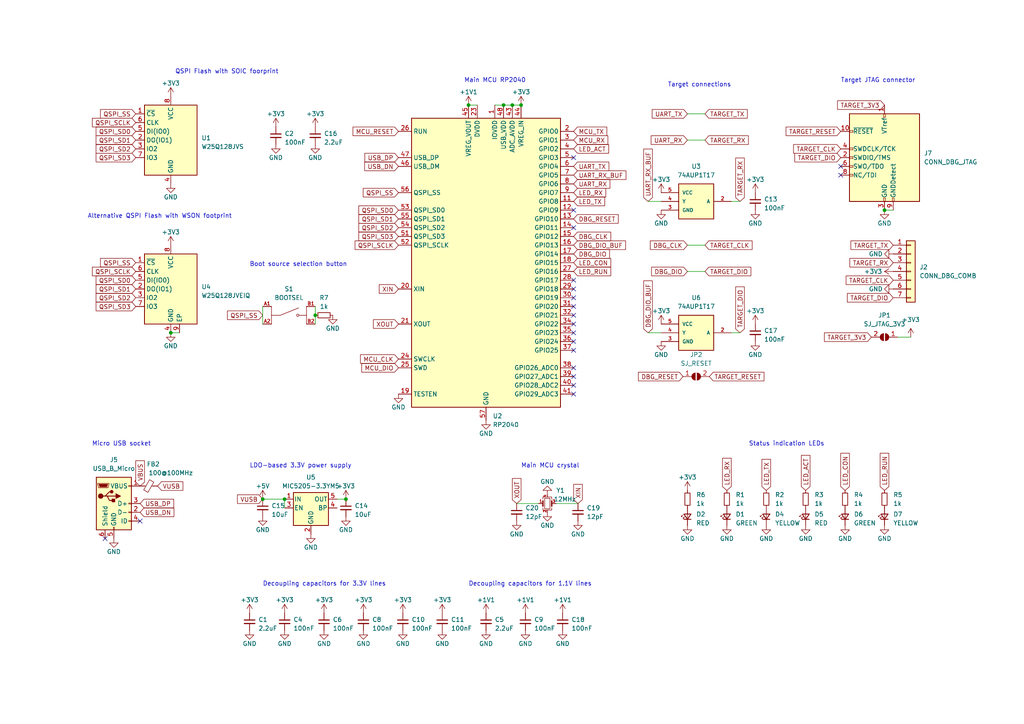
<source format=kicad_sch>
(kicad_sch (version 20230121) (generator eeschema)
  (paper "A4")
  (title_block (title "RP2040-PicoProbe-0010") (date "2024-01-05") (rev "1.0") (company "(c) 2024 Andriy Golovnya") (comment 1 "RP2040 based double-sided Pico Debug Probe") (comment 2 "Designed in Germany"))
  (lib_symbols
    (symbol "Connector:Conn_ARM_JTAG_SWD_10" (pin_names (offset 1.016))
      (property "Reference" "J" (at -2.54 16.51 0))
      (property "Value" "Conn_ARM_JTAG_SWD_10" (at -2.54 13.97 0))
      (symbol "Conn_ARM_JTAG_SWD_10_1_1"
        (pin power_in line (at 0 15.24 270) (length 2.54) (name "VTref") (number "1"))
        (pin open_collector line (at 12.7 7.62 180) (length 2.54) (name "~{RESET}") (number "10"))
        (pin bidirectional line (at 12.7 0 180) (length 2.54) (name "SWDIO/TMS") (number "2"))
        (pin power_in line (at 0 -15.24 90) (length 2.54) (name "GND") (number "3"))
        (pin output line (at 12.7 2.54 180) (length 2.54) (name "SWDCLK/TCK") (number "4"))
        (pin passive line (at 0 -15.24 90) (length 2.54) hide (name "GND") (number "5"))
        (pin input line (at 12.7 -2.54 180) (length 2.54) (name "SWO/TDO") (number "6"))
        (pin no_connect line (at -10.16 0 0) (length 2.54) hide (name "KEY") (number "7"))
        (pin output line (at 12.7 -5.08 180) (length 2.54) (name "NC/TDI") (number "8"))
        (pin passive line (at -2.54 -15.24 90) (length 2.54) (name "GNDDetect") (number "9"))
      )
    )
    (symbol "Connector:USB_B_Micro" (pin_names (offset 1.016))
      (property "Reference" "J" (at -5.08 11.43 0))
      (property "Value" "USB_B_Micro" (at -5.08 8.89 0))
      (symbol "USB_B_Micro_1_1"
        (pin power_out line (at 7.62 5.08 180) (length 2.54) (name "VBUS") (number "1"))
        (pin bidirectional line (at 7.62 -2.54 180) (length 2.54) (name "D-") (number "2"))
        (pin bidirectional line (at 7.62 0 180) (length 2.54) (name "D+") (number "3"))
        (pin passive line (at 7.62 -5.08 180) (length 2.54) (name "ID") (number "4"))
        (pin power_out line (at 0 -10.16 90) (length 2.54) (name "GND") (number "5"))
        (pin passive line (at -2.54 -10.16 90) (length 2.54) (name "Shield") (number "6"))
      )
    )
    (symbol "Connector_Generic:Conn_01x07" (pin_names (offset 1.016) hide)
      (property "Reference" "J" (at 0 10.16 0))
      (property "Value" "Conn_01x07" (at 0 -10.16 0))
      (symbol "Conn_01x07_1_1"
        (pin passive line (at -5.08 7.62 0) (length 3.81) (name "Pin_1") (number "1"))
        (pin passive line (at -5.08 5.08 0) (length 3.81) (name "Pin_2") (number "2"))
        (pin passive line (at -5.08 2.54 0) (length 3.81) (name "Pin_3") (number "3"))
        (pin passive line (at -5.08 0 0) (length 3.81) (name "Pin_4") (number "4"))
        (pin passive line (at -5.08 -2.54 0) (length 3.81) (name "Pin_5") (number "5"))
        (pin passive line (at -5.08 -5.08 0) (length 3.81) (name "Pin_6") (number "6"))
        (pin passive line (at -5.08 -7.62 0) (length 3.81) (name "Pin_7") (number "7"))
      )
    )
    (symbol "Device:C_Small" (pin_numbers hide) (pin_names (offset 0.254) hide)
      (property "Reference" "C" (at 0.254 1.778 0))
      (property "Value" "C_Small" (at 0.254 -2.032 0))
      (symbol "C_Small_1_1"
        (pin passive line (at 0 2.54 270) (length 2.032) (name "~") (number "1"))
        (pin passive line (at 0 -2.54 90) (length 2.032) (name "~") (number "2"))
      )
    )
    (symbol "Device:Crystal_GND24_Small" (pin_names (offset 1.016) hide)
      (property "Reference" "Y" (at 1.27 4.445 0))
      (property "Value" "Crystal_GND24_Small" (at 1.27 2.54 0))
      (symbol "Crystal_GND24_Small_1_1"
        (pin passive line (at -2.54 0 0) (length 1.27) (name "1") (number "1"))
        (pin passive line (at 0 -2.54 90) (length 0.635) (name "2") (number "2"))
        (pin passive line (at 2.54 0 180) (length 1.27) (name "3") (number "3"))
        (pin passive line (at 0 2.54 270) (length 0.635) (name "4") (number "4"))
      )
    )
    (symbol "Device:FerriteBead_Small" (pin_numbers hide) (pin_names (offset 0))
      (property "Reference" "FB" (at 1.905 1.27 0))
      (property "Value" "FerriteBead_Small" (at 1.905 -1.27 0))
      (symbol "FerriteBead_Small_1_1"
        (pin passive line (at 0 2.54 270) (length 1.27) (name "~") (number "1"))
        (pin passive line (at 0 -2.54 90) (length 1.27) (name "~") (number "2"))
      )
    )
    (symbol "Device:LED_Small" (pin_numbers hide) (pin_names (offset 0.254) hide)
      (property "Reference" "D" (at -1.27 3.175 0))
      (property "Value" "LED_Small" (at -4.445 -2.54 0))
      (symbol "LED_Small_1_1"
        (pin passive line (at -2.54 0 0) (length 1.778) (name "K") (number "1"))
        (pin passive line (at 2.54 0 180) (length 1.778) (name "A") (number "2"))
      )
    )
    (symbol "Device:R_Small" (pin_numbers hide) (pin_names (offset 0.254) hide)
      (property "Reference" "R" (at 0.762 0.508 0))
      (property "Value" "R_Small" (at 0.762 -1.016 0))
      (symbol "R_Small_1_1"
        (pin passive line (at 0 2.54 270) (length 0.762) (name "~") (number "1"))
        (pin passive line (at 0 -2.54 90) (length 0.762) (name "~") (number "2"))
      )
    )
    (symbol "EVPBB0AAB000:EVPBB0AAB000" (pin_names (offset 1.016))
      (property "Reference" "S" (at -2.54 2.54 0))
      (property "Value" "EVPBB0AAB000" (at -2.54 -2.54 0))
      (symbol "EVPBB0AAB000_0_0"
        (pin passive line (at -7.62 2.54 0) (length 2.54) (name "~") (number "A1"))
        (pin passive line (at -7.62 -2.54 0) (length 2.54) (name "~") (number "A2"))
        (pin passive line (at 7.62 2.54 180) (length 2.54) (name "~") (number "B1"))
        (pin passive line (at 7.62 -2.54 180) (length 2.54) (name "~") (number "B2"))
      )
    )
    (symbol "Jumper:SolderJumper_2_Open" (pin_names (offset 0) hide)
      (property "Reference" "JP" (at 0 2.032 0))
      (property "Value" "SolderJumper_2_Open" (at 0 -2.54 0))
      (symbol "SolderJumper_2_Open_1_1"
        (pin passive line (at -3.81 0 0) (length 2.54) (name "A") (number "1"))
        (pin passive line (at 3.81 0 180) (length 2.54) (name "B") (number "2"))
      )
    )
    (symbol "MCU_RaspberryPi:RP2040"
      (property "Reference" "U" (at 17.78 45.72 0))
      (property "Value" "RP2040" (at 17.78 43.18 0))
      (symbol "RP2040_1_1"
        (pin power_in line (at 2.54 45.72 270) (length 3.81) (name "IOVDD") (number "1"))
        (pin passive line (at 2.54 45.72 270) (length 3.81) hide (name "IOVDD") (number "10"))
        (pin bidirectional line (at 25.4 17.78 180) (length 3.81) (name "GPIO8") (number "11"))
        (pin bidirectional line (at 25.4 15.24 180) (length 3.81) (name "GPIO9") (number "12"))
        (pin bidirectional line (at 25.4 12.7 180) (length 3.81) (name "GPIO10") (number "13"))
        (pin bidirectional line (at 25.4 10.16 180) (length 3.81) (name "GPIO11") (number "14"))
        (pin bidirectional line (at 25.4 7.62 180) (length 3.81) (name "GPIO12") (number "15"))
        (pin bidirectional line (at 25.4 5.08 180) (length 3.81) (name "GPIO13") (number "16"))
        (pin bidirectional line (at 25.4 2.54 180) (length 3.81) (name "GPIO14") (number "17"))
        (pin bidirectional line (at 25.4 0 180) (length 3.81) (name "GPIO15") (number "18"))
        (pin input line (at -25.4 -38.1 0) (length 3.81) (name "TESTEN") (number "19"))
        (pin bidirectional line (at 25.4 38.1 180) (length 3.81) (name "GPIO0") (number "2"))
        (pin input line (at -25.4 -7.62 0) (length 3.81) (name "XIN") (number "20"))
        (pin passive line (at -25.4 -17.78 0) (length 3.81) (name "XOUT") (number "21"))
        (pin passive line (at 2.54 45.72 270) (length 3.81) hide (name "IOVDD") (number "22"))
        (pin power_in line (at -2.54 45.72 270) (length 3.81) (name "DVDD") (number "23"))
        (pin input line (at -25.4 -27.94 0) (length 3.81) (name "SWCLK") (number "24"))
        (pin bidirectional line (at -25.4 -30.48 0) (length 3.81) (name "SWD") (number "25"))
        (pin input line (at -25.4 38.1 0) (length 3.81) (name "RUN") (number "26"))
        (pin bidirectional line (at 25.4 -2.54 180) (length 3.81) (name "GPIO16") (number "27"))
        (pin bidirectional line (at 25.4 -5.08 180) (length 3.81) (name "GPIO17") (number "28"))
        (pin bidirectional line (at 25.4 -7.62 180) (length 3.81) (name "GPIO18") (number "29"))
        (pin bidirectional line (at 25.4 35.56 180) (length 3.81) (name "GPIO1") (number "3"))
        (pin bidirectional line (at 25.4 -10.16 180) (length 3.81) (name "GPIO19") (number "30"))
        (pin bidirectional line (at 25.4 -12.7 180) (length 3.81) (name "GPIO20") (number "31"))
        (pin bidirectional line (at 25.4 -15.24 180) (length 3.81) (name "GPIO21") (number "32"))
        (pin passive line (at 2.54 45.72 270) (length 3.81) hide (name "IOVDD") (number "33"))
        (pin bidirectional line (at 25.4 -17.78 180) (length 3.81) (name "GPIO22") (number "34"))
        (pin bidirectional line (at 25.4 -20.32 180) (length 3.81) (name "GPIO23") (number "35"))
        (pin bidirectional line (at 25.4 -22.86 180) (length 3.81) (name "GPIO24") (number "36"))
        (pin bidirectional line (at 25.4 -25.4 180) (length 3.81) (name "GPIO25") (number "37"))
        (pin bidirectional line (at 25.4 -30.48 180) (length 3.81) (name "GPIO26_ADC0") (number "38"))
        (pin bidirectional line (at 25.4 -33.02 180) (length 3.81) (name "GPIO27_ADC1") (number "39"))
        (pin bidirectional line (at 25.4 33.02 180) (length 3.81) (name "GPIO2") (number "4"))
        (pin bidirectional line (at 25.4 -35.56 180) (length 3.81) (name "GPIO28_ADC2") (number "40"))
        (pin bidirectional line (at 25.4 -38.1 180) (length 3.81) (name "GPIO29_ADC3") (number "41"))
        (pin passive line (at 2.54 45.72 270) (length 3.81) hide (name "IOVDD") (number "42"))
        (pin power_in line (at 7.62 45.72 270) (length 3.81) (name "ADC_AVDD") (number "43"))
        (pin power_in line (at 10.16 45.72 270) (length 3.81) (name "VREG_IN") (number "44"))
        (pin power_out line (at -5.08 45.72 270) (length 3.81) (name "VREG_VOUT") (number "45"))
        (pin bidirectional line (at -25.4 27.94 0) (length 3.81) (name "USB_DM") (number "46"))
        (pin bidirectional line (at -25.4 30.48 0) (length 3.81) (name "USB_DP") (number "47"))
        (pin power_in line (at 5.08 45.72 270) (length 3.81) (name "USB_VDD") (number "48"))
        (pin passive line (at 2.54 45.72 270) (length 3.81) hide (name "IOVDD") (number "49"))
        (pin bidirectional line (at 25.4 30.48 180) (length 3.81) (name "GPIO3") (number "5"))
        (pin passive line (at -2.54 45.72 270) (length 3.81) hide (name "DVDD") (number "50"))
        (pin bidirectional line (at -25.4 7.62 0) (length 3.81) (name "QSPI_SD3") (number "51"))
        (pin output line (at -25.4 5.08 0) (length 3.81) (name "QSPI_SCLK") (number "52"))
        (pin bidirectional line (at -25.4 15.24 0) (length 3.81) (name "QSPI_SD0") (number "53"))
        (pin bidirectional line (at -25.4 10.16 0) (length 3.81) (name "QSPI_SD2") (number "54"))
        (pin bidirectional line (at -25.4 12.7 0) (length 3.81) (name "QSPI_SD1") (number "55"))
        (pin bidirectional line (at -25.4 20.32 0) (length 3.81) (name "QSPI_SS") (number "56"))
        (pin power_in line (at 0 -45.72 90) (length 3.81) (name "GND") (number "57"))
        (pin bidirectional line (at 25.4 27.94 180) (length 3.81) (name "GPIO4") (number "6"))
        (pin bidirectional line (at 25.4 25.4 180) (length 3.81) (name "GPIO5") (number "7"))
        (pin bidirectional line (at 25.4 22.86 180) (length 3.81) (name "GPIO6") (number "8"))
        (pin bidirectional line (at 25.4 20.32 180) (length 3.81) (name "GPIO7") (number "9"))
      )
    )
    (symbol "Memory_Flash:W25Q128JVS"
      (property "Reference" "U" (at -8.89 8.89 0))
      (property "Value" "W25Q128JVS" (at 7.62 8.89 0))
      (symbol "W25Q128JVS_1_1"
        (pin input line (at -10.16 7.62 0) (length 2.54) (name "~{CS}") (number "1"))
        (pin bidirectional line (at -10.16 0 0) (length 2.54) (name "DO(IO1)") (number "2"))
        (pin bidirectional line (at -10.16 -2.54 0) (length 2.54) (name "IO2") (number "3"))
        (pin power_in line (at 0 -12.7 90) (length 2.54) (name "GND") (number "4"))
        (pin bidirectional line (at -10.16 2.54 0) (length 2.54) (name "DI(IO0)") (number "5"))
        (pin input line (at -10.16 5.08 0) (length 2.54) (name "CLK") (number "6"))
        (pin bidirectional line (at -10.16 -5.08 0) (length 2.54) (name "IO3") (number "7"))
        (pin power_in line (at 0 12.7 270) (length 2.54) (name "VCC") (number "8"))
      )
    )
    (symbol "Memory_Flash:W25Q32JVZP"
      (property "Reference" "U" (at -6.35 11.43 0))
      (property "Value" "W25Q32JVZP" (at 7.62 11.43 0))
      (symbol "W25Q32JVZP_1_1"
        (pin input line (at -10.16 7.62 0) (length 2.54) (name "~{CS}") (number "1"))
        (pin bidirectional line (at -10.16 0 0) (length 2.54) (name "DO(IO1)") (number "2"))
        (pin bidirectional line (at -10.16 -2.54 0) (length 2.54) (name "IO2") (number "3"))
        (pin power_in line (at 0 -12.7 90) (length 2.54) (name "GND") (number "4"))
        (pin bidirectional line (at -10.16 2.54 0) (length 2.54) (name "DI(IO0)") (number "5"))
        (pin input line (at -10.16 5.08 0) (length 2.54) (name "CLK") (number "6"))
        (pin bidirectional line (at -10.16 -5.08 0) (length 2.54) (name "IO3") (number "7"))
        (pin power_in line (at 0 12.7 270) (length 2.54) (name "VCC") (number "8"))
        (pin passive line (at 2.54 -12.7 90) (length 2.54) (name "EP") (number "9"))
      )
    )
    (symbol "Regulator_Linear:MIC5205-3.3YM5" (pin_names (offset 0.254))
      (property "Reference" "U" (at -3.81 5.715 0))
      (property "Value" "MIC5205-3.3YM5" (at 0 5.715 0))
      (symbol "MIC5205-3.3YM5_1_1"
        (pin power_in line (at -7.62 2.54 0) (length 2.54) (name "IN") (number "1"))
        (pin power_in line (at 0 -7.62 90) (length 2.54) (name "GND") (number "2"))
        (pin input line (at -7.62 0 0) (length 2.54) (name "EN") (number "3"))
        (pin input line (at 7.62 0 180) (length 2.54) (name "BP") (number "4"))
        (pin power_out line (at 7.62 2.54 180) (length 2.54) (name "OUT") (number "5"))
      )
    )
    (symbol "SN74AUP1T17DCKR:SN74AUP1T17DCKR" (pin_names (offset 1.016))
      (property "Reference" "U6" (at 0 12.7 0))
      (property "Value" "74AUP1T17" (at 0 10.16 0))
      (symbol "SN74AUP1T17DCKR_0_0"
        (pin input line (at -10.16 2.54 0) (length 5.08) (name "A") (number "2"))
        (pin power_in line (at 10.16 0 180) (length 5.08) (name "GND") (number "3"))
        (pin output line (at 10.16 2.54 180) (length 5.08) (name "Y") (number "4"))
        (pin power_in line (at 10.16 5.08 180) (length 5.08) (name "VCC") (number "5"))
      )
    )
    (symbol "SN74AUP1T17DCKR_1" (pin_names (offset 1.016))
      (property "Reference" "U3" (at 0 12.7 0))
      (property "Value" "74AUP1T17" (at 0 10.16 0))
      (symbol "SN74AUP1T17DCKR_1_0_0"
        (pin input line (at -10.16 2.54 0) (length 5.08) (name "A") (number "2"))
        (pin power_in line (at 10.16 0 180) (length 5.08) (name "GND") (number "3"))
        (pin output line (at 10.16 2.54 180) (length 5.08) (name "Y") (number "4"))
        (pin power_in line (at 10.16 5.08 180) (length 5.08) (name "VCC") (number "5"))
      )
    )
    (symbol "power:+1V1" (power) (pin_names (offset 0))
      (property "Value" "+1V1" (at 0 3.556 0))
      (symbol "+1V1_1_1"
        (pin power_in line (at 0 0 90) (length 0) hide (name "+1V1") (number "1"))
      )
    )
    (symbol "power:+3V3" (power) (pin_names (offset 0))
      (property "Value" "+3V3" (at 0 3.556 0))
      (symbol "+3V3_1_1"
        (pin power_in line (at 0 0 90) (length 0) hide (name "+3V3") (number "1"))
      )
    )
    (symbol "power:+5V" (power) (pin_names (offset 0))
      (property "Value" "+5V" (at 0 3.556 0))
      (symbol "+5V_1_1"
        (pin power_in line (at 0 0 90) (length 0) hide (name "+5V") (number "1"))
      )
    )
    (symbol "power:GND" (power) (pin_names (offset 0))
      (property "Value" "GND" (at 0 -3.81 0))
      (symbol "GND_1_1"
        (pin power_in line (at 0 0 270) (length 0) hide (name "GND") (number "1"))
      )
    )
  )
  (junction (at 82.55 144.78))
  (junction (at 148.59 30.48))
  (junction (at 135.89 30.48))
  (junction (at 100.33 144.78))
  (junction (at 91.44 91.44))
  (junction (at 146.05 30.48))
  (junction (at 76.2 144.78))
  (junction (at 49.53 96.52))
  (junction (at 256.54 60.96))
  (junction (at 151.13 30.48))
  (no_connect (at 166.37 66.04))
  (no_connect (at 166.37 88.9))
  (no_connect (at 30.48 156.21))
  (no_connect (at 166.37 91.44))
  (no_connect (at 166.37 111.76))
  (no_connect (at 166.37 81.28))
  (no_connect (at 166.37 114.3))
  (no_connect (at 166.37 99.06))
  (no_connect (at 243.84 48.26))
  (no_connect (at 40.64 151.13))
  (no_connect (at 243.84 50.8))
  (no_connect (at 166.37 86.36))
  (no_connect (at 166.37 96.52))
  (no_connect (at 166.37 106.68))
  (no_connect (at 166.37 93.98))
  (no_connect (at 166.37 109.22))
  (no_connect (at 166.37 83.82))
  (no_connect (at 166.37 60.96))
  (no_connect (at 166.37 101.6))
  (no_connect (at 166.37 45.72))
  (wire (pts (xy 161.29 146.05) (xy 167.64 146.05)))
  (wire (pts (xy 214.63 96.52) (xy 212.09 96.52)))
  (wire (pts (xy 199.39 78.74) (xy 204.47 78.74)))
  (wire (pts (xy 76.2 88.9) (xy 76.2 93.98)))
  (wire (pts (xy 82.55 144.78) (xy 82.55 147.32)))
  (wire (pts (xy 135.89 30.48) (xy 138.43 30.48)))
  (wire (pts (xy 199.39 40.64) (xy 204.47 40.64)))
  (wire (pts (xy 214.63 58.42) (xy 212.09 58.42)))
  (wire (pts (xy 149.86 146.05) (xy 156.21 146.05)))
  (wire (pts (xy 148.59 30.48) (xy 151.13 30.48)))
  (wire (pts (xy 97.79 144.78) (xy 100.33 144.78)))
  (wire (pts (xy 187.96 58.42) (xy 191.77 58.42)))
  (wire (pts (xy 143.51 30.48) (xy 146.05 30.48)))
  (wire (pts (xy 199.39 33.02) (xy 204.47 33.02)))
  (wire (pts (xy 49.53 96.52) (xy 52.07 96.52)))
  (wire (pts (xy 76.2 144.78) (xy 82.55 144.78)))
  (wire (pts (xy 199.39 71.12) (xy 204.47 71.12)))
  (wire (pts (xy 187.96 96.52) (xy 191.77 96.52)))
  (wire (pts (xy 91.44 91.44) (xy 91.44 93.98)))
  (wire (pts (xy 91.44 88.9) (xy 91.44 91.44)))
  (wire (pts (xy 146.05 30.48) (xy 148.59 30.48)))
  (wire (pts (xy 264.16 97.79) (xy 260.35 97.79)))
  (wire (pts (xy 259.08 60.96) (xy 256.54 60.96)))
  (text "Alternative QSPI Flash with WSON footprint" (at 25.4 63.5 0) (effects (font (size 1.27 1.27)) (justify left bottom)))
  (text "Main MCU RP2040" (at 134.62 24.13 0) (effects (font (size 1.27 1.27)) (justify left bottom)))
  (text "Status indication LEDs" (at 217.17 129.54 0) (effects (font (size 1.27 1.27)) (justify left bottom)))
  (text "Decoupling capacitors for 3.3V lines" (at 76.2 170.18 0) (effects (font (size 1.27 1.27)) (justify left bottom)))
  (text "Main MCU crystal" (at 151.13 135.89 0) (effects (font (size 1.27 1.27)) (justify left bottom)))
  (text "Decoupling capacitors for 1.1V lines" (at 135.89 170.18 0) (effects (font (size 1.27 1.27)) (justify left bottom)))
  (text "Target connections" (at 193.675 25.4 0) (effects (font (size 1.27 1.27)) (justify left bottom)))
  (text "Target JTAG connector" (at 243.84 24.13 0) (effects (font (size 1.27 1.27)) (justify left bottom)))
  (text "Micro USB socket" (at 26.67 129.54 0) (effects (font (size 1.27 1.27)) (justify left bottom)))
  (text "Boot source selection button" (at 72.39 77.47 0) (effects (font (size 1.27 1.27)) (justify left bottom)))
  (text "LDO-based 3.3V power supply" (at 72.39 135.89 0) (effects (font (size 1.27 1.27)) (justify left bottom)))
  (text "QSPI Flash with SOIC foorprint" (at 50.8 21.59 0) (effects (font (size 1.27 1.27)) (justify left bottom)))
  (global_label "LED_ACT" (shape input) (at 166.37 43.18 0) (property "Intersheetrefs" "${INTERSHEET_REFS}" (effects hide)))
  (global_label "QSPI_SD2" (shape input) (at 39.37 43.18 180) (property "Intersheetrefs" "${INTERSHEET_REFS}" (effects hide)))
  (global_label "QSPI_SD1" (shape input) (at 39.37 83.82 180) (property "Intersheetrefs" "${INTERSHEET_REFS}" (effects hide)))
  (global_label "MCU_TX" (shape input) (at 166.37 38.1 0) (property "Intersheetrefs" "${INTERSHEET_REFS}" (effects hide)))
  (global_label "TARGET_RESET" (shape input) (at 243.84 38.1 180) (property "Intersheetrefs" "${INTERSHEET_REFS}" (effects hide)))
  (global_label "UART_RX_BUF" (shape input) (at 166.37 50.8 0) (property "Intersheetrefs" "${INTERSHEET_REFS}" (effects hide)))
  (global_label "TARGET_CLK" (shape input) (at 259.08 81.28 180) (property "Intersheetrefs" "${INTERSHEET_REFS}" (effects hide)))
  (global_label "TARGET_TX" (shape input) (at 204.47 33.02 0) (property "Intersheetrefs" "${INTERSHEET_REFS}" (effects hide)))
  (global_label "VUSB" (shape input) (at 76.2 144.78 180) (property "Intersheetrefs" "${INTERSHEET_REFS}" (effects hide)))
  (global_label "QSPI_SD3" (shape input) (at 39.37 88.9 180) (property "Intersheetrefs" "${INTERSHEET_REFS}" (effects hide)))
  (global_label "QSPI_SD0" (shape input) (at 39.37 38.1 180) (property "Intersheetrefs" "${INTERSHEET_REFS}" (effects hide)))
  (global_label "VUSB" (shape input) (at 45.72 140.97 0) (property "Intersheetrefs" "${INTERSHEET_REFS}" (effects hide)))
  (global_label "LED_RX" (shape input) (at 210.82 142.24 90) (property "Intersheetrefs" "${INTERSHEET_REFS}" (effects hide)))
  (global_label "QSPI_SCLK" (shape input) (at 39.37 78.74 180) (property "Intersheetrefs" "${INTERSHEET_REFS}" (effects hide)))
  (global_label "DBG_DIO_BUF" (shape input) (at 187.96 96.52 90) (property "Intersheetrefs" "${INTERSHEET_REFS}" (effects hide)))
  (global_label "QSPI_SD0" (shape input) (at 115.57 60.96 180) (property "Intersheetrefs" "${INTERSHEET_REFS}" (effects hide)))
  (global_label "QSPI_SS" (shape input) (at 39.37 33.02 180) (property "Intersheetrefs" "${INTERSHEET_REFS}" (effects hide)))
  (global_label "QSPI_SS" (shape input) (at 115.57 55.88 180) (property "Intersheetrefs" "${INTERSHEET_REFS}" (effects hide)))
  (global_label "TARGET_DIO" (shape input) (at 204.47 78.74 0) (property "Intersheetrefs" "${INTERSHEET_REFS}" (effects hide)))
  (global_label "LED_ACT" (shape input) (at 233.68 142.24 90) (property "Intersheetrefs" "${INTERSHEET_REFS}" (effects hide)))
  (global_label "QSPI_SD3" (shape input) (at 39.37 45.72 180) (property "Intersheetrefs" "${INTERSHEET_REFS}" (effects hide)))
  (global_label "USB_DN" (shape input) (at 40.64 148.59 0) (property "Intersheetrefs" "${INTERSHEET_REFS}" (effects hide)))
  (global_label "UART_TX" (shape input) (at 166.37 48.26 0) (property "Intersheetrefs" "${INTERSHEET_REFS}" (effects hide)))
  (global_label "DBG_CLK" (shape input) (at 166.37 68.58 0) (property "Intersheetrefs" "${INTERSHEET_REFS}" (effects hide)))
  (global_label "USB_DN" (shape input) (at 115.57 48.26 180) (property "Intersheetrefs" "${INTERSHEET_REFS}" (effects hide)))
  (global_label "QSPI_SS" (shape input) (at 76.2 91.44 180) (property "Intersheetrefs" "${INTERSHEET_REFS}" (effects hide)))
  (global_label "DBG_CLK" (shape input) (at 199.39 71.12 180) (property "Intersheetrefs" "${INTERSHEET_REFS}" (effects hide)))
  (global_label "TARGET_RX" (shape input) (at 204.47 40.64 0) (property "Intersheetrefs" "${INTERSHEET_REFS}" (effects hide)))
  (global_label "TARGET_DIO" (shape input) (at 259.08 86.36 180) (property "Intersheetrefs" "${INTERSHEET_REFS}" (effects hide)))
  (global_label "USB_DP" (shape input) (at 40.64 146.05 0) (property "Intersheetrefs" "${INTERSHEET_REFS}" (effects hide)))
  (global_label "TARGET_3V3" (shape input) (at 252.73 97.79 180) (property "Intersheetrefs" "${INTERSHEET_REFS}" (effects hide)))
  (global_label "UART_RX" (shape input) (at 166.37 53.34 0) (property "Intersheetrefs" "${INTERSHEET_REFS}" (effects hide)))
  (global_label "TARGET_DIO" (shape input) (at 243.84 45.72 180) (property "Intersheetrefs" "${INTERSHEET_REFS}" (effects hide)))
  (global_label "MCU_RX" (shape input) (at 166.37 40.64 0) (property "Intersheetrefs" "${INTERSHEET_REFS}" (effects hide)))
  (global_label "QSPI_SD2" (shape input) (at 115.57 66.04 180) (property "Intersheetrefs" "${INTERSHEET_REFS}" (effects hide)))
  (global_label "USB_DP" (shape input) (at 115.57 45.72 180) (property "Intersheetrefs" "${INTERSHEET_REFS}" (effects hide)))
  (global_label "XIN" (shape input) (at 167.64 146.05 90) (property "Intersheetrefs" "${INTERSHEET_REFS}" (effects hide)))
  (global_label "LED_CON" (shape input) (at 166.37 76.2 0) (property "Intersheetrefs" "${INTERSHEET_REFS}" (effects hide)))
  (global_label "TARGET_DIO" (shape input) (at 214.63 96.52 90) (property "Intersheetrefs" "${INTERSHEET_REFS}" (effects hide)))
  (global_label "QSPI_SCLK" (shape input) (at 39.37 35.56 180) (property "Intersheetrefs" "${INTERSHEET_REFS}" (effects hide)))
  (global_label "XIN" (shape input) (at 115.57 83.82 180) (property "Intersheetrefs" "${INTERSHEET_REFS}" (effects hide)))
  (global_label "DBG_DIO" (shape input) (at 166.37 73.66 0) (property "Intersheetrefs" "${INTERSHEET_REFS}" (effects hide)))
  (global_label "QSPI_SD1" (shape input) (at 115.57 63.5 180) (property "Intersheetrefs" "${INTERSHEET_REFS}" (effects hide)))
  (global_label "XOUT" (shape input) (at 149.86 146.05 90) (property "Intersheetrefs" "${INTERSHEET_REFS}" (effects hide)))
  (global_label "UART_RX_BUF" (shape input) (at 187.96 58.42 90) (property "Intersheetrefs" "${INTERSHEET_REFS}" (effects hide)))
  (global_label "UART_RX" (shape input) (at 199.39 40.64 180) (property "Intersheetrefs" "${INTERSHEET_REFS}" (effects hide)))
  (global_label "LED_RX" (shape input) (at 166.37 55.88 0) (property "Intersheetrefs" "${INTERSHEET_REFS}" (effects hide)))
  (global_label "TARGET_RESET" (shape input) (at 205.74 109.22 0) (property "Intersheetrefs" "${INTERSHEET_REFS}" (effects hide)))
  (global_label "QSPI_SD1" (shape input) (at 39.37 40.64 180) (property "Intersheetrefs" "${INTERSHEET_REFS}" (effects hide)))
  (global_label "LED_TX" (shape input) (at 222.25 142.24 90) (property "Intersheetrefs" "${INTERSHEET_REFS}" (effects hide)))
  (global_label "DBG_DIO_BUF" (shape input) (at 166.37 71.12 0) (property "Intersheetrefs" "${INTERSHEET_REFS}" (effects hide)))
  (global_label "DBG_DIO" (shape input) (at 199.39 78.74 180) (property "Intersheetrefs" "${INTERSHEET_REFS}" (effects hide)))
  (global_label "VBUS" (shape input) (at 40.64 140.97 90) (property "Intersheetrefs" "${INTERSHEET_REFS}" (effects hide)))
  (global_label "LED_RUN" (shape input) (at 256.54 142.24 90) (property "Intersheetrefs" "${INTERSHEET_REFS}" (effects hide)))
  (global_label "QSPI_SD3" (shape input) (at 115.57 68.58 180) (property "Intersheetrefs" "${INTERSHEET_REFS}" (effects hide)))
  (global_label "XOUT" (shape input) (at 115.57 93.98 180) (property "Intersheetrefs" "${INTERSHEET_REFS}" (effects hide)))
  (global_label "TARGET_CLK" (shape input) (at 243.84 43.18 180) (property "Intersheetrefs" "${INTERSHEET_REFS}" (effects hide)))
  (global_label "TARGET_RX" (shape input) (at 259.08 76.2 180) (property "Intersheetrefs" "${INTERSHEET_REFS}" (effects hide)))
  (global_label "QSPI_SCLK" (shape input) (at 115.57 71.12 180) (property "Intersheetrefs" "${INTERSHEET_REFS}" (effects hide)))
  (global_label "DBG_RESET" (shape input) (at 198.12 109.22 180) (property "Intersheetrefs" "${INTERSHEET_REFS}" (effects hide)))
  (global_label "TARGET_RX" (shape input) (at 214.63 58.42 90) (property "Intersheetrefs" "${INTERSHEET_REFS}" (effects hide)))
  (global_label "QSPI_SS" (shape input) (at 39.37 76.2 180) (property "Intersheetrefs" "${INTERSHEET_REFS}" (effects hide)))
  (global_label "MCU_CLK" (shape input) (at 115.57 104.14 180) (property "Intersheetrefs" "${INTERSHEET_REFS}" (effects hide)))
  (global_label "LED_CON" (shape input) (at 245.11 142.24 90) (property "Intersheetrefs" "${INTERSHEET_REFS}" (effects hide)))
  (global_label "LED_RUN" (shape input) (at 166.37 78.74 0) (property "Intersheetrefs" "${INTERSHEET_REFS}" (effects hide)))
  (global_label "LED_TX" (shape input) (at 166.37 58.42 0) (property "Intersheetrefs" "${INTERSHEET_REFS}" (effects hide)))
  (global_label "UART_TX" (shape input) (at 199.39 33.02 180) (property "Intersheetrefs" "${INTERSHEET_REFS}" (effects hide)))
  (global_label "MCU_DIO" (shape input) (at 115.57 106.68 180) (property "Intersheetrefs" "${INTERSHEET_REFS}" (effects hide)))
  (global_label "QSPI_SD2" (shape input) (at 39.37 86.36 180) (property "Intersheetrefs" "${INTERSHEET_REFS}" (effects hide)))
  (global_label "QSPI_SD0" (shape input) (at 39.37 81.28 180) (property "Intersheetrefs" "${INTERSHEET_REFS}" (effects hide)))
  (global_label "TARGET_CLK" (shape input) (at 204.47 71.12 0) (property "Intersheetrefs" "${INTERSHEET_REFS}" (effects hide)))
  (global_label "TARGET_3V3" (shape input) (at 256.54 30.48 180) (property "Intersheetrefs" "${INTERSHEET_REFS}" (effects hide)))
  (global_label "DBG_RESET" (shape input) (at 166.37 63.5 0) (property "Intersheetrefs" "${INTERSHEET_REFS}" (effects hide)))
  (global_label "TARGET_TX" (shape input) (at 259.08 71.12 180) (property "Intersheetrefs" "${INTERSHEET_REFS}" (effects hide)))
  (global_label "MCU_RESET" (shape input) (at 115.57 38.1 180) (property "Intersheetrefs" "${INTERSHEET_REFS}" (effects hide)))
  (symbol (lib_id "power:+1V1") (at 152.4 177.8 0) (unit 1)
    (property "Reference" "#PWR027" (effects hide))
    (property "Value" "+1V1" (at 152.4 173.99 0))
  )
  (symbol (lib_id "power:+3V3") (at 49.53 71.12 0) (unit 1)
    (property "Reference" "#PWR047" (effects hide))
    (property "Value" "+3V3" (at 49.53 67.31 0))
  )
  (symbol (lib_id "power:+3V3") (at 128.27 177.8 0) (unit 1)
    (property "Reference" "#PWR031" (effects hide))
    (property "Value" "+3V3" (at 128.27 173.99 0))
  )
  (symbol (lib_id "Device:C_Small") (at 80.01 39.37 0) (unit 1)
    (property "Reference" "C2" (at 82.55 38.7413 0) (effects (justify left)))
    (property "Value" "100nF" (at 82.55 41.2813 0) (effects (justify left)))
    (property "Footprint" "Capacitor_SMD:C_0402_1005Metric" (effects hide))
  )
  (symbol (lib_id "power:GND") (at 91.44 41.91 0) (unit 1)
    (property "Reference" "#PWR057" (effects hide))
    (property "Value" "GND" (at 91.44 45.72 0))
  )
  (symbol (lib_id "Device:C_Small") (at 219.075 58.42 0) (unit 1)
    (property "Reference" "C13" (at 221.615 57.7913 0) (effects (justify left)))
    (property "Value" "100nF" (at 221.615 60.3313 0) (effects (justify left)))
    (property "Footprint" "Capacitor_SMD:C_0402_1005Metric" (effects hide))
  )
  (symbol (lib_id "Device:C_Small") (at 93.98 180.34 0) (unit 1)
    (property "Reference" "C6" (at 96.52 179.7113 0) (effects (justify left)))
    (property "Value" "100nF" (at 96.52 182.2513 0) (effects (justify left)))
    (property "Footprint" "Capacitor_SMD:C_0402_1005Metric" (effects hide))
  )
  (symbol (lib_id "Connector:USB_B_Micro") (at 33.02 146.05 0) (unit 1)
    (property "Reference" "J5" (at 33.02 133.35 0))
    (property "Value" "USB_B_Micro" (at 33.02 135.89 0))
    (property "Footprint" "Connector_USB:USB_Micro-B_Molex_47346-0001" (effects hide))
  )
  (symbol (lib_id "power:+3V3") (at 264.16 97.79 0) (mirror y) (unit 1)
    (property "Reference" "#PWR056" (effects hide))
    (property "Value" "+3V3" (at 264.16 92.71 0))
  )
  (symbol (lib_id "power:+3V3") (at 49.53 27.94 0) (unit 1)
    (property "Reference" "#PWR09" (effects hide))
    (property "Value" "+3V3" (at 49.53 24.13 0))
  )
  (symbol (lib_id "power:+3V3") (at 259.08 78.74 90) (unit 1)
    (property "Reference" "#PWR070" (effects hide))
    (property "Value" "+3V3" (at 255.905 78.74 90) (effects (justify left)))
  )
  (symbol (lib_id "Device:LED_Small") (at 210.82 149.86 90) (unit 1)
    (property "Reference" "D1" (at 213.36 149.1615 90) (effects (justify right)))
    (property "Value" "GREEN" (at 213.36 151.7015 90) (effects (justify right)))
    (property "Footprint" "LED_SMD:LED_0603_1608Metric" (effects hide))
  )
  (symbol (lib_id "power:GND") (at 96.52 91.44 0) (unit 1)
    (property "Reference" "#PWR049" (effects hide))
    (property "Value" "GND" (at 96.52 95.25 0))
  )
  (symbol (lib_id "power:+3V3") (at 219.075 93.98 0) (unit 1)
    (property "Reference" "#PWR068" (effects hide))
    (property "Value" "+3V3" (at 219.075 90.17 0))
  )
  (symbol (lib_id "Memory_Flash:W25Q32JVZP") (at 49.53 83.82 0) (unit 1)
    (property "Reference" "U4" (at 58.42 83.185 0) (effects (justify left)))
    (property "Value" "W25Q128JVEIQ" (at 58.42 85.725 0) (effects (justify left)))
    (property "Footprint" "Package_SON:WSON-8-1EP_6x5mm_P1.27mm_EP3.4x4.3mm" (effects hide))
    (property "Datasheet" "http://www.winbond.com/resource-files/w25q32jv%20revg%2003272018%20plus.pdf" (effects hide))
  )
  (symbol (lib_id "power:+3V3") (at 91.44 36.83 0) (unit 1)
    (property "Reference" "#PWR037" (effects hide))
    (property "Value" "+3V3" (at 91.44 33.02 0))
  )
  (symbol (lib_id "power:GND") (at 72.39 182.88 0) (unit 1)
    (property "Reference" "#PWR02" (effects hide))
    (property "Value" "GND" (at 72.39 186.69 0))
  )
  (symbol (lib_id "power:GND") (at 158.75 143.51 180) (unit 1)
    (property "Reference" "#PWR05" (effects hide))
    (property "Value" "GND" (at 158.75 139.7 0))
  )
  (symbol (lib_id "Device:C_Small") (at 149.86 148.59 0) (unit 1)
    (property "Reference" "C20" (at 152.4 147.3263 0) (effects (justify left)))
    (property "Value" "12pF" (at 152.4 149.8663 0) (effects (justify left)))
    (property "Footprint" "Capacitor_SMD:C_0402_1005Metric" (effects hide))
  )
  (symbol (lib_id "Device:Crystal_GND24_Small") (at 158.75 146.05 0) (unit 1)
    (property "Reference" "Y1" (at 162.56 142.24 0))
    (property "Value" "12MHz" (at 163.83 144.78 0))
    (property "Footprint" "Crystal:Crystal_SMD_3225-4Pin_3.2x2.5mm" (effects hide))
  )
  (symbol (lib_id "power:GND") (at 149.86 151.13 0) (unit 1)
    (property "Reference" "#PWR043" (effects hide))
    (property "Value" "GND" (at 149.86 154.94 0))
  )
  (symbol (lib_id "Device:C_Small") (at 128.27 180.34 0) (unit 1)
    (property "Reference" "C11" (at 130.81 179.7113 0) (effects (justify left)))
    (property "Value" "100nF" (at 130.81 182.2513 0) (effects (justify left)))
    (property "Footprint" "Capacitor_SMD:C_0402_1005Metric" (effects hide))
  )
  (symbol (lib_id "power:+1V1") (at 135.89 30.48 0) (unit 1)
    (property "Reference" "#PWR020" (effects hide))
    (property "Value" "+1V1" (at 135.89 26.67 0))
  )
  (symbol (lib_id "power:+1V1") (at 163.195 177.8 0) (unit 1)
    (property "Reference" "#PWR072" (effects hide))
    (property "Value" "+1V1" (at 163.195 173.99 0))
  )
  (symbol (lib_id "power:GND") (at 233.68 152.4 0) (unit 1)
    (property "Reference" "#PWR035" (effects hide))
    (property "Value" "GND" (at 233.68 156.21 0))
  )
  (symbol (lib_id "Device:LED_Small") (at 233.68 149.86 90) (unit 1)
    (property "Reference" "D5" (at 236.22 149.1615 90) (effects (justify right)))
    (property "Value" "RED" (at 236.22 151.7015 90) (effects (justify right)))
    (property "Footprint" "LED_SMD:LED_0603_1608Metric" (effects hide))
  )
  (symbol (lib_id "power:+1V1") (at 140.97 177.8 0) (unit 1)
    (property "Reference" "#PWR016" (effects hide))
    (property "Value" "+1V1" (at 140.97 173.99 0))
  )
  (symbol (lib_id "power:GND") (at 93.98 182.88 0) (unit 1)
    (property "Reference" "#PWR019" (effects hide))
    (property "Value" "GND" (at 93.98 186.69 0))
  )
  (symbol (lib_id "power:+3V3") (at 199.39 142.24 0) (unit 1)
    (property "Reference" "#PWR059" (effects hide))
    (property "Value" "+3V3" (at 199.39 138.43 0))
  )
  (symbol (lib_id "power:GND") (at 80.01 41.91 0) (unit 1)
    (property "Reference" "#PWR04" (effects hide))
    (property "Value" "GND" (at 80.01 45.72 0))
  )
  (symbol (lib_id "power:GND") (at 256.54 60.96 0) (mirror y) (unit 1)
    (property "Reference" "#PWR055" (effects hide))
    (property "Value" "GND" (at 256.54 64.77 0))
  )
  (symbol (lib_id "power:GND") (at 33.02 156.21 0) (unit 1)
    (property "Reference" "#PWR044" (effects hide))
    (property "Value" "GND" (at 33.02 160.02 0))
  )
  (symbol (lib_id "Device:R_Small") (at 245.11 144.78 0) (unit 1)
    (property "Reference" "R4" (at 247.65 143.51 0) (effects (justify left)))
    (property "Value" "1k" (at 247.65 146.05 0) (effects (justify left)))
    (property "Footprint" "Resistor_SMD:R_0402_1005Metric" (effects hide))
  )
  (symbol (lib_id "power:GND") (at 163.195 182.88 0) (unit 1)
    (property "Reference" "#PWR073" (effects hide))
    (property "Value" "GND" (at 163.195 186.69 0))
  )
  (symbol (lib_id "Device:LED_Small") (at 245.11 149.86 90) (unit 1)
    (property "Reference" "D6" (at 247.65 149.1615 90) (effects (justify right)))
    (property "Value" "GREEN" (at 247.65 151.7015 90) (effects (justify right)))
    (property "Footprint" "LED_SMD:LED_0603_1608Metric" (effects hide))
  )
  (symbol (lib_id "power:GND") (at 128.27 182.88 0) (unit 1)
    (property "Reference" "#PWR032" (effects hide))
    (property "Value" "GND" (at 128.27 186.69 0))
  )
  (symbol (lib_id "Device:R_Small") (at 210.82 144.78 0) (unit 1)
    (property "Reference" "R1" (at 213.36 143.51 0) (effects (justify left)))
    (property "Value" "1k" (at 213.36 146.05 0) (effects (justify left)))
    (property "Footprint" "Resistor_SMD:R_0402_1005Metric" (effects hide))
  )
  (symbol (lib_id "Device:R_Small") (at 233.68 144.78 0) (unit 1)
    (property "Reference" "R3" (at 236.22 143.51 0) (effects (justify left)))
    (property "Value" "1k" (at 236.22 146.05 0) (effects (justify left)))
    (property "Footprint" "Resistor_SMD:R_0402_1005Metric" (effects hide))
  )
  (symbol (lib_id "Device:C_Small") (at 163.195 180.34 0) (unit 1)
    (property "Reference" "C18" (at 165.735 179.7113 0) (effects (justify left)))
    (property "Value" "100nF" (at 165.735 182.2513 0) (effects (justify left)))
    (property "Footprint" "Capacitor_SMD:C_0402_1005Metric" (effects hide))
  )
  (symbol (lib_id "Device:R_Small") (at 222.25 144.78 0) (unit 1)
    (property "Reference" "R2" (at 224.79 143.51 0) (effects (justify left)))
    (property "Value" "1k" (at 224.79 146.05 0) (effects (justify left)))
    (property "Footprint" "Resistor_SMD:R_0402_1005Metric" (effects hide))
  )
  (symbol (lib_id "power:GND") (at 100.33 149.86 0) (unit 1)
    (property "Reference" "#PWR046" (effects hide))
    (property "Value" "GND" (at 100.33 153.67 0))
  )
  (symbol (lib_id "power:GND") (at 222.25 152.4 0) (unit 1)
    (property "Reference" "#PWR07" (effects hide))
    (property "Value" "GND" (at 222.25 156.21 0))
  )
  (symbol (lib_id "power:GND") (at 191.77 99.06 0) (mirror y) (unit 1)
    (property "Reference" "#PWR066" (effects hide))
    (property "Value" "GND" (at 191.77 102.87 0))
  )
  (symbol (lib_id "power:GND") (at 90.17 154.94 0) (unit 1)
    (property "Reference" "#PWR050" (effects hide))
    (property "Value" "GND" (at 90.17 158.75 0))
  )
  (symbol (lib_id "power:+3V3") (at 105.41 177.8 0) (unit 1)
    (property "Reference" "#PWR024" (effects hide))
    (property "Value" "+3V3" (at 105.41 173.99 0))
  )
  (symbol (lib_id "power:GND") (at 167.64 151.13 0) (unit 1)
    (property "Reference" "#PWR033" (effects hide))
    (property "Value" "GND" (at 167.64 154.94 0))
  )
  (symbol (lib_id "power:+3V3") (at 151.13 30.48 0) (unit 1)
    (property "Reference" "#PWR026" (effects hide))
    (property "Value" "+3V3" (at 151.13 26.67 0))
  )
  (symbol (lib_id "power:GND") (at 49.53 53.34 0) (unit 1)
    (property "Reference" "#PWR010" (effects hide))
    (property "Value" "GND" (at 49.53 57.15 0))
  )
  (symbol (lib_id "Device:C_Small") (at 82.55 180.34 0) (unit 1)
    (property "Reference" "C4" (at 85.09 179.7113 0) (effects (justify left)))
    (property "Value" "100nF" (at 85.09 182.2513 0) (effects (justify left)))
    (property "Footprint" "Capacitor_SMD:C_0402_1005Metric" (effects hide))
  )
  (symbol (lib_id "Jumper:SolderJumper_2_Open") (at 256.54 97.79 180) (unit 1)
    (property "Reference" "JP1" (at 256.54 91.44 0))
    (property "Value" "SJ_JTAG_3V3" (at 256.54 93.98 0))
    (property "Footprint" "Jumper:SolderJumper-2_P1.3mm_Open_TrianglePad1.0x1.5mm" (effects hide))
  )
  (symbol (lib_id "power:GND") (at 256.54 152.4 0) (unit 1)
    (property "Reference" "#PWR036" (effects hide))
    (property "Value" "GND" (at 256.54 156.21 0))
  )
  (symbol (lib_id "Device:C_Small") (at 219.075 96.52 0) (unit 1)
    (property "Reference" "C17" (at 221.615 95.8913 0) (effects (justify left)))
    (property "Value" "100nF" (at 221.615 98.4313 0) (effects (justify left)))
    (property "Footprint" "Capacitor_SMD:C_0402_1005Metric" (effects hide))
  )
  (symbol (lib_id "power:GND") (at 140.97 182.88 0) (unit 1)
    (property "Reference" "#PWR017" (effects hide))
    (property "Value" "GND" (at 140.97 186.69 0))
  )
  (symbol (lib_id "power:+3V3") (at 100.33 144.78 0) (unit 1)
    (property "Reference" "#PWR045" (effects hide))
    (property "Value" "+3V3" (at 100.33 140.97 0))
  )
  (symbol (lib_id "Device:LED_Small") (at 222.25 149.86 90) (unit 1)
    (property "Reference" "D4" (at 224.79 149.1615 90) (effects (justify right)))
    (property "Value" "YELLOW" (at 224.79 151.7015 90) (effects (justify right)))
    (property "Footprint" "LED_SMD:LED_0603_1608Metric" (effects hide))
  )
  (symbol (lib_id "Device:C_Small") (at 91.44 39.37 0) (unit 1)
    (property "Reference" "C16" (at 93.98 38.7413 0) (effects (justify left)))
    (property "Value" "2.2uF" (at 93.98 41.2813 0) (effects (justify left)))
    (property "Footprint" "Capacitor_SMD:C_0603_1608Metric" (effects hide))
  )
  (symbol (lib_id "Regulator_Linear:MIC5205-3.3YM5") (at 90.17 147.32 0) (unit 1)
    (property "Reference" "U5" (at 90.17 138.43 0))
    (property "Value" "MIC5205-3.3YM5" (at 90.17 140.97 0))
    (property "Footprint" "Package_TO_SOT_SMD:SOT-23-5" (effects hide))
    (property "Datasheet" "http://ww1.microchip.com/downloads/en/DeviceDoc/20005785A.pdf" (effects hide))
  )
  (symbol (lib_id "power:GND") (at 116.84 182.88 0) (unit 1)
    (property "Reference" "#PWR030" (effects hide))
    (property "Value" "GND" (at 116.84 186.69 0))
  )
  (symbol (lib_id "power:GND") (at 115.57 114.3 0) (unit 1)
    (property "Reference" "#PWR013" (effects hide))
    (property "Value" "GND" (at 115.57 118.11 0))
  )
  (symbol (lib_id "power:GND") (at 259.08 83.82 270) (unit 1)
    (property "Reference" "#PWR060" (effects hide))
    (property "Value" "GND" (at 254 83.82 90))
  )
  (symbol (lib_id "power:GND") (at 82.55 182.88 0) (unit 1)
    (property "Reference" "#PWR015" (effects hide))
    (property "Value" "GND" (at 82.55 186.69 0))
  )
  (symbol (lib_id "SN74AUP1T17DCKR:SN74AUP1T17DCKR") (at 201.93 99.06 0) (mirror y) (unit 1)
    (property "Reference" "U6" (at 201.93 86.36 0))
    (property "Value" "74AUP1T17" (at 201.93 88.9 0))
    (property "Footprint" "Package_TO_SOT_SMD:SOT-353_SC-70-5" (effects hide))
    (property "MF" "Texas Instruments" (effects hide))
    (property "Description" "\nLow Power, 1.8/2.5/3.3-V In, 3.3-V CMOS Out, Single Schmitt-Trigger Buffer Gate\n" (effects hide))
    (property "Package" "SC70-5 Texas Instruments" (effects hide))
    (property "Price" "None" (effects hide))
    (property "SnapEDA_Link" "https://www.snapeda.com/parts/SN74AUP1T17DCKR/Texas+Instruments/view-part/?ref=snap" (effects hide))
    (property "MP" "SN74AUP1T17DCKR" (effects hide))
    (property "Purchase-URL" "https://www.snapeda.com/api/url_track_click_mouser/?unipart_id=301583&manufacturer=Texas Instruments&part_name=SN74AUP1T17DCKR&search_term=sn74aup1t17" (effects hide))
    (property "Availability" "In Stock" (effects hide))
    (property "Check_prices" "https://www.snapeda.com/parts/SN74AUP1T17DCKR/Texas+Instruments/view-part/?ref=eda" (effects hide))
  )
  (symbol (lib_name "SN74AUP1T17DCKR_1") (lib_id "SN74AUP1T17DCKR:SN74AUP1T17DCKR") (at 201.93 60.96 0) (mirror y) (unit 1)
    (property "Reference" "U3" (at 201.93 48.26 0))
    (property "Value" "74AUP1T17" (at 201.93 50.8 0))
    (property "Footprint" "Package_TO_SOT_SMD:SOT-353_SC-70-5" (effects hide))
    (property "MF" "Texas Instruments" (effects hide))
    (property "Description" "\nLow Power, 1.8/2.5/3.3-V In, 3.3-V CMOS Out, Single Schmitt-Trigger Buffer Gate\n" (effects hide))
    (property "Package" "SC70-5 Texas Instruments" (effects hide))
    (property "Price" "None" (effects hide))
    (property "SnapEDA_Link" "https://www.snapeda.com/parts/SN74AUP1T17DCKR/Texas+Instruments/view-part/?ref=snap" (effects hide))
    (property "MP" "SN74AUP1T17DCKR" (effects hide))
    (property "Purchase-URL" "https://www.snapeda.com/api/url_track_click_mouser/?unipart_id=301583&manufacturer=Texas Instruments&part_name=SN74AUP1T17DCKR&search_term=sn74aup1t17" (effects hide))
    (property "Availability" "In Stock" (effects hide))
    (property "Check_prices" "https://www.snapeda.com/parts/SN74AUP1T17DCKR/Texas+Instruments/view-part/?ref=eda" (effects hide))
  )
  (symbol (lib_id "power:GND") (at 199.39 152.4 0) (unit 1)
    (property "Reference" "#PWR041" (effects hide))
    (property "Value" "GND" (at 199.39 156.21 0))
  )
  (symbol (lib_id "power:GND") (at 219.075 60.96 0) (unit 1)
    (property "Reference" "#PWR064" (effects hide))
    (property "Value" "GND" (at 219.075 64.77 0))
  )
  (symbol (lib_id "power:GND") (at 105.41 182.88 0) (unit 1)
    (property "Reference" "#PWR025" (effects hide))
    (property "Value" "GND" (at 105.41 186.69 0))
  )
  (symbol (lib_id "Device:FerriteBead_Small") (at 43.18 140.97 90) (unit 1)
    (property "Reference" "FB2" (at 44.45 134.62 90))
    (property "Value" "100@100MHz" (at 49.53 137.16 90))
    (property "Footprint" "Inductor_SMD:L_0805_2012Metric" (effects hide))
  )
  (symbol (lib_id "Device:C_Small") (at 105.41 180.34 0) (unit 1)
    (property "Reference" "C8" (at 107.95 179.7113 0) (effects (justify left)))
    (property "Value" "100nF" (at 107.95 182.2513 0) (effects (justify left)))
    (property "Footprint" "Capacitor_SMD:C_0402_1005Metric" (effects hide))
  )
  (symbol (lib_id "Connector:Conn_ARM_JTAG_SWD_10") (at 256.54 45.72 0) (mirror y) (unit 1)
    (property "Reference" "J7" (at 267.97 44.45 0) (effects (justify right)))
    (property "Value" "CONN_DBG_JTAG" (at 267.97 46.99 0) (effects (justify right)))
    (property "Footprint" "Connector_PinHeader_1.27mm:PinHeader_2x05_P1.27mm_Vertical_SMD" (effects hide))
    (property "Datasheet" "http://infocenter.arm.com/help/topic/com.arm.doc.ddi0314h/DDI0314H_coresight_components_trm.pdf" (effects hide))
  )
  (symbol (lib_id "power:+3V3") (at 191.77 93.98 0) (mirror y) (unit 1)
    (property "Reference" "#PWR065" (effects hide))
    (property "Value" "+3V3" (at 191.77 90.17 0))
  )
  (symbol (lib_id "Memory_Flash:W25Q128JVS") (at 49.53 40.64 0) (unit 1)
    (property "Reference" "U1" (at 58.42 40.005 0) (effects (justify left)))
    (property "Value" "W25Q128JVS" (at 58.42 42.545 0) (effects (justify left)))
    (property "Footprint" "Package_SO:SOIC-8_5.23x5.23mm_P1.27mm" (effects hide))
    (property "Datasheet" "http://www.winbond.com/resource-files/w25q128jv_dtr%20revc%2003272018%20plus.pdf" (effects hide))
  )
  (symbol (lib_id "EVPBB0AAB000:EVPBB0AAB000") (at 83.82 91.44 0) (unit 1)
    (property "Reference" "S1" (at 83.82 83.82 0))
    (property "Value" "BOOTSEL" (at 83.82 86.36 0))
    (property "Footprint" "lib:SW_EVPBB0AAB000" (effects hide))
    (property "ARROW_ELECTRONICS-PURCHASE-URL" "https://snapeda.com/shop?store=Arrow+Electronics&id=584571" (effects hide))
    (property "MOUSER-PURCHASE-URL" "https://snapeda.com/shop?store=Mouser&id=584571" (effects hide))
    (property "MAXIMUM_PACKAGE_HEIGHT" "0.58mm" (effects hide))
    (property "PACKAGE" "None" (effects hide))
    (property "MF" "Panasonic Electronic" (effects hide))
    (property "MP" "EVPBB0AAB000" (effects hide))
    (property "DIGIKEY-PURCHASE-URL" "https://snapeda.com/shop?store=DigiKey&id=584571" (effects hide))
    (property "DIGI-KEY_PART_NUMBER" "P19888CT-ND" (effects hide))
    (property "DESCRIPTION" "Tactile Switch SPST-NO Top Actuated Surface Mount" (effects hide))
  )
  (symbol (lib_id "power:+3V3") (at 80.01 36.83 0) (unit 1)
    (property "Reference" "#PWR03" (effects hide))
    (property "Value" "+3V3" (at 80.01 33.02 0))
  )
  (symbol (lib_id "power:GND") (at 49.53 96.52 0) (unit 1)
    (property "Reference" "#PWR048" (effects hide))
    (property "Value" "GND" (at 49.53 100.33 0))
  )
  (symbol (lib_id "Device:LED_Small") (at 199.39 149.86 90) (unit 1)
    (property "Reference" "D2" (at 201.93 149.1615 90) (effects (justify right)))
    (property "Value" "RED" (at 201.93 151.7015 90) (effects (justify right)))
    (property "Footprint" "LED_SMD:LED_0603_1608Metric" (effects hide))
  )
  (symbol (lib_id "power:+3V3") (at 191.77 55.88 0) (mirror y) (unit 1)
    (property "Reference" "#PWR061" (effects hide))
    (property "Value" "+3V3" (at 191.77 52.07 0))
  )
  (symbol (lib_id "Device:C_Small") (at 140.97 180.34 0) (unit 1)
    (property "Reference" "C5" (at 143.51 179.7113 0) (effects (justify left)))
    (property "Value" "2.2uF" (at 143.51 182.2513 0) (effects (justify left)))
    (property "Footprint" "Capacitor_SMD:C_0603_1608Metric" (effects hide))
  )
  (symbol (lib_id "Device:C_Small") (at 100.33 147.32 0) (unit 1)
    (property "Reference" "C14" (at 102.87 146.6913 0) (effects (justify left)))
    (property "Value" "10uF" (at 102.87 149.2313 0) (effects (justify left)))
    (property "Footprint" "Capacitor_SMD:C_0805_2012Metric" (effects hide))
  )
  (symbol (lib_id "power:GND") (at 210.82 152.4 0) (unit 1)
    (property "Reference" "#PWR08" (effects hide))
    (property "Value" "GND" (at 210.82 156.21 0))
  )
  (symbol (lib_id "power:GND") (at 140.97 121.92 0) (unit 1)
    (property "Reference" "#PWR021" (effects hide))
    (property "Value" "GND" (at 140.97 125.73 0))
  )
  (symbol (lib_id "Device:C_Small") (at 152.4 180.34 0) (unit 1)
    (property "Reference" "C9" (at 154.94 179.7113 0) (effects (justify left)))
    (property "Value" "100nF" (at 154.94 182.2513 0) (effects (justify left)))
    (property "Footprint" "Capacitor_SMD:C_0402_1005Metric" (effects hide))
  )
  (symbol (lib_id "Device:R_Small") (at 93.98 91.44 90) (unit 1)
    (property "Reference" "R7" (at 93.98 86.36 90))
    (property "Value" "1k" (at 93.98 88.9 90))
    (property "Footprint" "Resistor_SMD:R_0402_1005Metric" (effects hide))
  )
  (symbol (lib_id "power:GND") (at 259.08 73.66 270) (unit 1)
    (property "Reference" "#PWR058" (effects hide))
    (property "Value" "GND" (at 254 73.66 90))
  )
  (symbol (lib_id "power:GND") (at 76.2 149.86 0) (unit 1)
    (property "Reference" "#PWR038" (effects hide))
    (property "Value" "GND" (at 76.2 153.67 0))
  )
  (symbol (lib_id "power:+3V3") (at 116.84 177.8 0) (unit 1)
    (property "Reference" "#PWR029" (effects hide))
    (property "Value" "+3V3" (at 116.84 173.99 0))
  )
  (symbol (lib_id "Device:C_Small") (at 167.64 148.59 0) (unit 1)
    (property "Reference" "C19" (at 170.18 147.3263 0) (effects (justify left)))
    (property "Value" "12pF" (at 170.18 149.8663 0) (effects (justify left)))
    (property "Footprint" "Capacitor_SMD:C_0402_1005Metric" (effects hide))
  )
  (symbol (lib_id "Device:C_Small") (at 116.84 180.34 0) (unit 1)
    (property "Reference" "C10" (at 119.38 179.7113 0) (effects (justify left)))
    (property "Value" "100nF" (at 119.38 182.2513 0) (effects (justify left)))
    (property "Footprint" "Capacitor_SMD:C_0402_1005Metric" (effects hide))
  )
  (symbol (lib_id "Device:LED_Small") (at 256.54 149.86 90) (unit 1)
    (property "Reference" "D7" (at 259.08 149.1615 90) (effects (justify right)))
    (property "Value" "YELLOW" (at 259.08 151.7015 90) (effects (justify right)))
    (property "Footprint" "LED_SMD:LED_0603_1608Metric" (effects hide))
  )
  (symbol (lib_id "Device:C_Small") (at 72.39 180.34 0) (unit 1)
    (property "Reference" "C1" (at 74.93 179.7113 0) (effects (justify left)))
    (property "Value" "2.2uF" (at 74.93 182.2513 0) (effects (justify left)))
    (property "Footprint" "Capacitor_SMD:C_0603_1608Metric" (effects hide))
  )
  (symbol (lib_id "power:+3V3") (at 219.075 55.88 0) (unit 1)
    (property "Reference" "#PWR063" (effects hide))
    (property "Value" "+3V3" (at 219.075 52.07 0))
  )
  (symbol (lib_id "Device:C_Small") (at 76.2 147.32 0) (unit 1)
    (property "Reference" "C15" (at 78.74 146.6913 0) (effects (justify left)))
    (property "Value" "10uF" (at 78.74 149.2313 0) (effects (justify left)))
    (property "Footprint" "Capacitor_SMD:C_0805_2012Metric" (effects hide))
  )
  (symbol (lib_id "power:GND") (at 152.4 182.88 0) (unit 1)
    (property "Reference" "#PWR028" (effects hide))
    (property "Value" "GND" (at 152.4 186.69 0))
  )
  (symbol (lib_id "power:GND") (at 191.77 60.96 0) (mirror y) (unit 1)
    (property "Reference" "#PWR062" (effects hide))
    (property "Value" "GND" (at 191.77 64.77 0))
  )
  (symbol (lib_id "power:GND") (at 219.075 99.06 0) (unit 1)
    (property "Reference" "#PWR069" (effects hide))
    (property "Value" "GND" (at 219.075 102.87 0))
  )
  (symbol (lib_id "Device:R_Small") (at 256.54 144.78 0) (unit 1)
    (property "Reference" "R5" (at 259.08 143.51 0) (effects (justify left)))
    (property "Value" "1k" (at 259.08 146.05 0) (effects (justify left)))
    (property "Footprint" "Resistor_SMD:R_0402_1005Metric" (effects hide))
  )
  (symbol (lib_id "power:GND") (at 245.11 152.4 0) (unit 1)
    (property "Reference" "#PWR034" (effects hide))
    (property "Value" "GND" (at 245.11 156.21 0))
  )
  (symbol (lib_id "MCU_RaspberryPi:RP2040") (at 140.97 76.2 0) (unit 1)
    (property "Reference" "U2" (at 142.9259 120.65 0) (effects (justify left)))
    (property "Value" "RP2040" (at 142.9259 123.19 0) (effects (justify left)))
    (property "Footprint" "Package_DFN_QFN:QFN-56-1EP_7x7mm_P0.4mm_EP3.2x3.2mm" (effects hide))
    (property "Datasheet" "https://datasheets.raspberrypi.com/rp2040/rp2040-datasheet.pdf" (effects hide))
  )
  (symbol (lib_id "power:+3V3") (at 93.98 177.8 0) (unit 1)
    (property "Reference" "#PWR018" (effects hide))
    (property "Value" "+3V3" (at 93.98 173.99 0))
  )
  (symbol (lib_id "power:+5V") (at 76.2 144.78 0) (unit 1)
    (property "Reference" "#PWR052" (effects hide))
    (property "Value" "+5V" (at 76.2 140.97 0))
  )
  (symbol (lib_id "Jumper:SolderJumper_2_Open") (at 201.93 109.22 0) (unit 1)
    (property "Reference" "JP2" (at 201.93 102.87 0))
    (property "Value" "SJ_RESET" (at 201.93 105.41 0))
    (property "Footprint" "Jumper:SolderJumper-2_P1.3mm_Open_TrianglePad1.0x1.5mm" (effects hide))
  )
  (symbol (lib_id "power:+3V3") (at 72.39 177.8 0) (unit 1)
    (property "Reference" "#PWR01" (effects hide))
    (property "Value" "+3V3" (at 72.39 173.99 0))
  )
  (symbol (lib_id "Device:R_Small") (at 199.39 144.78 0) (unit 1)
    (property "Reference" "R6" (at 201.93 143.51 0) (effects (justify left)))
    (property "Value" "1k" (at 201.93 146.05 0) (effects (justify left)))
    (property "Footprint" "Resistor_SMD:R_0402_1005Metric" (effects hide))
  )
  (symbol (lib_id "Connector_Generic:Conn_01x07") (at 264.16 78.74 0) (unit 1)
    (property "Reference" "J2" (at 266.7 77.47 0) (effects (justify left)))
    (property "Value" "CONN_DBG_COMB" (at 266.7 80.01 0) (effects (justify left)))
    (property "Footprint" "Connector_PinSocket_2.54mm:PinSocket_1x07_P2.54mm_Vertical" (effects hide))
  )
  (symbol (lib_id "power:+3V3") (at 82.55 177.8 0) (unit 1)
    (property "Reference" "#PWR014" (effects hide))
    (property "Value" "+3V3" (at 82.55 173.99 0))
  )
  (symbol (lib_id "power:GND") (at 158.75 148.59 0) (unit 1)
    (property "Reference" "#PWR06" (effects hide))
    (property "Value" "GND" (at 158.75 152.4 0))
  )
)
</source>
